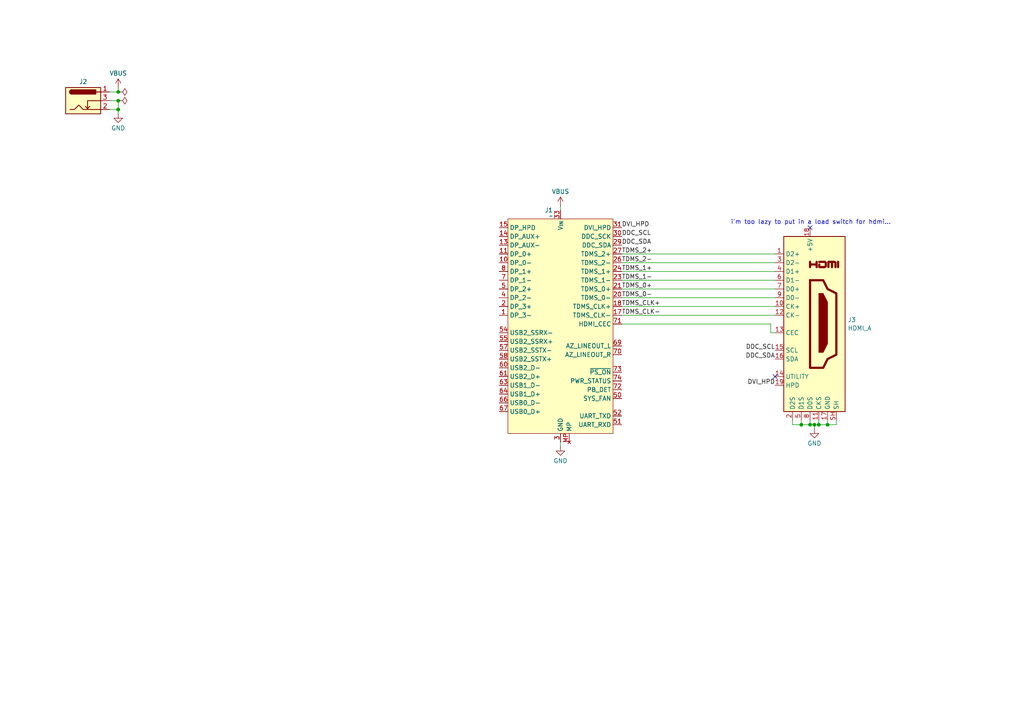
<source format=kicad_sch>
(kicad_sch (version 20231120) (generator "eeschema") (generator_version "8.0")
  (paper "A4")
  (lib_symbols
    (symbol "Connector:Barrel_Jack_Switch" (pin_names hide)
      (property "Reference" "J" (at 0 5.334 0))
      (property "Value" "Barrel_Jack_Switch" (at 0 -5.08 0))
      (symbol "Barrel_Jack_Switch_0_1"
        (rectangle (start -5.08 3.81) (end 5.08 -3.81) (stroke (width 0.254)) (fill (type background)))
        (arc (start -3.302 3.175) (mid -3.9343 2.54) (end -3.302 1.905) (stroke (width 0.254)))
        (arc (start -3.302 3.175) (mid -3.9343 2.54) (end -3.302 1.905) (stroke (width 0.254)) (fill (type outline)))
        (polyline (pts (xy 1.27 -2.286) (xy 1.905 -1.651)) (stroke (width 0.254)))
        (polyline (pts (xy 5.08 2.54) (xy 3.81 2.54)) (stroke (width 0.254)))
        (polyline (pts (xy 5.08 0) (xy 1.27 0) (xy 1.27 -2.286) (xy 0.635 -1.651)) (stroke (width 0.254)))
        (polyline (pts (xy -3.81 -2.54) (xy -2.54 -2.54) (xy -1.27 -1.27) (xy 0 -2.54) (xy 2.54 -2.54) (xy 5.08 -2.54)) (stroke (width 0.254)))
        (rectangle (start 3.683 3.175) (end -3.302 1.905) (stroke (width 0.254)) (fill (type outline)))
      )
      (symbol "Barrel_Jack_Switch_1_1"
        (pin passive line (at 7.62 2.54 180) (length 2.54) (name "~") (number "1"))
        (pin passive line (at 7.62 -2.54 180) (length 2.54) (name "~") (number "2"))
        (pin passive line (at 7.62 0 180) (length 2.54) (name "~") (number "3"))
      )
    )
    (symbol "Connector:HDMI_A"
      (property "Reference" "J" (at -6.35 26.67 0))
      (property "Value" "HDMI_A" (at 10.16 26.67 0))
      (symbol "HDMI_A_0_0"
        (polyline (pts (xy 8.128 16.51) (xy 8.128 18.034)) (stroke (width 0.635)))
        (polyline (pts (xy 0 16.51) (xy 0 18.034) (xy 0 17.272) (xy 1.905 17.272) (xy 1.905 18.034) (xy 1.905 16.51)) (stroke (width 0.635)))
        (polyline (pts (xy 2.667 18.034) (xy 4.318 18.034) (xy 4.572 17.78) (xy 4.572 16.764) (xy 4.318 16.51) (xy 2.667 16.51) (xy 2.667 17.272)) (stroke (width 0.635)))
      )
      (symbol "HDMI_A_0_1"
        (rectangle (start -7.62 25.4) (end 10.16 -25.4) (stroke (width 0.254)) (fill (type background)))
        (polyline (pts (xy 2.54 8.89) (xy 3.81 8.89) (xy 5.08 6.35) (xy 5.08 -5.715) (xy 3.81 -8.255) (xy 2.54 -8.255) (xy 2.54 8.89)) (fill (type outline)))
        (polyline (pts (xy 5.334 16.51) (xy 5.334 18.034) (xy 6.35 18.034) (xy 6.35 16.51) (xy 6.35 18.034) (xy 7.112 18.034) (xy 7.366 17.78) (xy 7.366 16.51)) (stroke (width 0.635)))
        (polyline (pts (xy 0 12.7) (xy 0 -12.7) (xy 3.81 -12.7) (xy 5.08 -10.16) (xy 7.62 -8.89) (xy 7.62 8.89) (xy 5.08 10.16) (xy 3.81 12.7) (xy 0 12.7)) (stroke (width 0.635)))
      )
      (symbol "HDMI_A_1_1"
        (pin passive line (at -10.16 20.32 0) (length 2.54) (name "D2+") (number "1"))
        (pin passive line (at -10.16 5.08 0) (length 2.54) (name "CK+") (number "10"))
        (pin power_in line (at 2.54 -27.94 90) (length 2.54) (name "CKS") (number "11"))
        (pin passive line (at -10.16 2.54 0) (length 2.54) (name "CK-") (number "12"))
        (pin bidirectional line (at -10.16 -2.54 0) (length 2.54) (name "CEC") (number "13"))
        (pin passive line (at -10.16 -15.24 0) (length 2.54) (name "UTILITY") (number "14"))
        (pin passive line (at -10.16 -7.62 0) (length 2.54) (name "SCL") (number "15"))
        (pin bidirectional line (at -10.16 -10.16 0) (length 2.54) (name "SDA") (number "16"))
        (pin power_in line (at 5.08 -27.94 90) (length 2.54) (name "GND") (number "17"))
        (pin power_in line (at 0 27.94 270) (length 2.54) (name "+5V") (number "18"))
        (pin passive line (at -10.16 -17.78 0) (length 2.54) (name "HPD") (number "19"))
        (pin power_in line (at -5.08 -27.94 90) (length 2.54) (name "D2S") (number "2"))
        (pin passive line (at -10.16 17.78 0) (length 2.54) (name "D2-") (number "3"))
        (pin passive line (at -10.16 15.24 0) (length 2.54) (name "D1+") (number "4"))
        (pin power_in line (at -2.54 -27.94 90) (length 2.54) (name "D1S") (number "5"))
        (pin passive line (at -10.16 12.7 0) (length 2.54) (name "D1-") (number "6"))
        (pin passive line (at -10.16 10.16 0) (length 2.54) (name "D0+") (number "7"))
        (pin power_in line (at 0 -27.94 90) (length 2.54) (name "D0S") (number "8"))
        (pin passive line (at -10.16 7.62 0) (length 2.54) (name "D0-") (number "9"))
        (pin passive line (at 7.62 -27.94 90) (length 2.54) (name "SH") (number "SH"))
      )
    )
    (symbol "ops-dock:OPS_dock"
      (property "Reference" "J1" (at 2.1941 15.2315 0))
      (property "Value" "~" (at 2.1941 13.5501 0))
      (symbol "OPS_dock_0_0"
        (pin power_in line (at 0 -52.07 90) (length 2.54) hide (name "GND") (number "12"))
        (pin power_in line (at 0 -52.07 90) (length 2.54) hide (name "GND") (number "16"))
        (pin power_in line (at 0 -52.07 90) (length 2.54) hide (name "GND") (number "19"))
        (pin power_in line (at 0 -52.07 90) (length 2.54) hide (name "GND") (number "22"))
        (pin power_in line (at 0 -52.07 90) (length 2.54) hide (name "GND") (number "25"))
        (pin power_in line (at 0 -52.07 90) (length 2.54) hide (name "GND") (number "28"))
        (pin power_in line (at 0 -52.07 90) (length 2.54) (name "GND") (number "3"))
        (pin power_in line (at 0 -52.07 90) (length 2.54) hide (name "GND") (number "32"))
        (pin power_in line (at 0 15.24 270) (length 2.54) (name "V_{IN}") (number "33"))
        (pin power_in line (at 0 -52.07 90) (length 2.54) hide (name "GND") (number "53"))
        (pin power_in line (at 0 -52.07 90) (length 2.54) hide (name "GND") (number "56"))
        (pin power_in line (at 0 -52.07 90) (length 2.54) hide (name "GND") (number "59"))
        (pin power_in line (at 0 -52.07 90) (length 2.54) hide (name "GND") (number "6"))
        (pin power_in line (at 0 -52.07 90) (length 2.54) hide (name "GND") (number "62"))
        (pin power_in line (at 0 -52.07 90) (length 2.54) hide (name "GND") (number "65"))
        (pin power_in line (at 0 -52.07 90) (length 2.54) hide (name "GND") (number "68"))
        (pin power_in line (at 0 -52.07 90) (length 2.54) hide (name "GND") (number "75"))
        (pin power_in line (at 0 -52.07 90) (length 2.54) hide (name "GND") (number "76"))
        (pin power_in line (at 0 -52.07 90) (length 2.54) hide (name "GND") (number "77"))
        (pin power_in line (at 0 -52.07 90) (length 2.54) hide (name "GND") (number "78"))
        (pin power_in line (at 0 -52.07 90) (length 2.54) hide (name "GND") (number "79"))
        (pin power_in line (at 0 -52.07 90) (length 2.54) hide (name "GND") (number "80"))
        (pin power_in line (at 0 -52.07 90) (length 2.54) hide (name "GND") (number "9"))
      )
      (symbol "OPS_dock_1_0"
        (pin input line (at 17.78 0 180) (length 2.54) (name "DP_0-") (number "10"))
        (pin input line (at 17.78 2.54 180) (length 2.54) (name "DP_0+") (number "11"))
        (pin bidirectional line (at 17.78 5.08 180) (length 2.54) (name "DP_AUX-") (number "13"))
        (pin bidirectional line (at 17.78 7.62 180) (length 2.54) (name "DP_AUX+") (number "14"))
        (pin output line (at 17.78 10.16 180) (length 2.54) (name "DP_HPD") (number "15"))
        (pin input line (at -17.78 -15.24 0) (length 2.54) (name "TDMS_CLK-") (number "17"))
        (pin input line (at -17.78 -12.7 0) (length 2.54) (name "TDMS_CLK+") (number "18"))
        (pin input line (at -17.78 -10.16 0) (length 2.54) (name "TDMS_0-") (number "20"))
        (pin input line (at -17.78 -7.62 0) (length 2.54) (name "TDMS_0+") (number "21"))
        (pin input line (at -17.78 -5.08 0) (length 2.54) (name "TDMS_1-") (number "23"))
        (pin input line (at -17.78 -2.54 0) (length 2.54) (name "TDMS_1+") (number "24"))
        (pin input line (at -17.78 0 0) (length 2.54) (name "TDMS_2-") (number "26"))
        (pin input line (at -17.78 2.54 0) (length 2.54) (name "TDMS_2+") (number "27"))
        (pin bidirectional line (at -17.78 5.08 0) (length 2.54) (name "DDC_SDA") (number "29"))
        (pin bidirectional line (at -17.78 7.62 0) (length 2.54) (name "DDC_SCK") (number "30"))
        (pin output line (at -17.78 10.16 0) (length 2.54) (name "DVI_HPD") (number "31"))
        (pin power_in line (at 0 15.24 270) (length 2.54) hide (name "V_{IN}") (number "34"))
        (pin power_in line (at 0 15.24 270) (length 2.54) hide (name "V_{IN}") (number "35"))
        (pin power_in line (at 0 15.24 270) (length 2.54) hide (name "V_{IN}") (number "36"))
        (pin power_in line (at 0 15.24 270) (length 2.54) hide (name "V_{IN}") (number "37"))
        (pin power_in line (at 0 15.24 270) (length 2.54) hide (name "V_{IN}") (number "38"))
        (pin power_in line (at 0 15.24 270) (length 2.54) hide (name "V_{IN}") (number "39"))
        (pin input line (at 17.78 -10.16 180) (length 2.54) (name "DP_2-") (number "4"))
        (pin power_in line (at 0 15.24 270) (length 2.54) hide (name "V_{IN}") (number "40"))
        (pin no_connect line (at 10.16 12.7 270) (length 2.54) hide (name "NC") (number "41"))
        (pin no_connect line (at 7.62 12.7 270) (length 2.54) hide (name "NC") (number "42"))
        (pin no_connect line (at 5.08 12.7 270) (length 2.54) hide (name "NC") (number "43"))
        (pin no_connect line (at 2.54 12.7 270) (length 2.54) hide (name "NC") (number "44"))
        (pin no_connect line (at 3.81 -49.53 90) (length 2.54) hide (name "NC") (number "45"))
        (pin no_connect line (at 6.35 -49.53 90) (length 2.54) hide (name "NC") (number "46"))
        (pin no_connect line (at 8.89 -49.53 90) (length 2.54) hide (name "NC") (number "47"))
        (pin no_connect line (at 11.43 -49.53 90) (length 2.54) hide (name "NC") (number "48"))
        (pin no_connect line (at 13.97 -49.53 90) (length 2.54) hide (name "NC") (number "49"))
        (pin input line (at 17.78 -7.62 180) (length 2.54) (name "DP_2+") (number "5"))
        (pin input line (at -17.78 -39.37 0) (length 2.54) (name "SYS_FAN") (number "50"))
        (pin input line (at -17.78 -46.99 0) (length 2.54) (name "UART_RXD") (number "51"))
        (pin input line (at -17.78 -44.45 0) (length 2.54) (name "UART_TXD") (number "52"))
        (pin output line (at 17.78 -20.32 180) (length 2.54) (name "USB2_SSRX-") (number "54"))
        (pin output line (at 17.78 -22.86 180) (length 2.54) (name "USB2_SSRX+") (number "55"))
        (pin input line (at 17.78 -25.4 180) (length 2.54) (name "USB2_SSTX-") (number "57"))
        (pin input line (at 17.78 -27.94 180) (length 2.54) (name "USB2_SSTX+") (number "58"))
        (pin bidirectional line (at 17.78 -30.48 180) (length 2.54) (name "USB2_D-") (number "60"))
        (pin bidirectional line (at 17.78 -33.02 180) (length 2.54) (name "USB2_D+") (number "61"))
        (pin bidirectional line (at 17.78 -35.56 180) (length 2.54) (name "USB1_D-") (number "63"))
        (pin bidirectional line (at 17.78 -38.1 180) (length 2.54) (name "USB1_D+") (number "64"))
        (pin bidirectional line (at 17.78 -40.64 180) (length 2.54) (name "USB0_D-") (number "66"))
        (pin bidirectional line (at 17.78 -43.18 180) (length 2.54) (name "USB0_D+") (number "67"))
        (pin input line (at -17.78 -24.13 0) (length 2.54) (name "AZ_LINEOUT_L") (number "69"))
        (pin input line (at 17.78 -5.08 180) (length 2.54) (name "DP_1-") (number "7"))
        (pin input line (at -17.78 -26.67 0) (length 2.54) (name "AZ_LINEOUT_R") (number "70"))
        (pin bidirectional line (at -17.78 -17.78 0) (length 2.54) (name "HDMI_CEC") (number "71"))
        (pin input line (at -17.78 -36.83 0) (length 2.54) (name "PB_DET") (number "72"))
        (pin output line (at -17.78 -31.75 0) (length 2.54) (name "~{PS_ON}") (number "73"))
        (pin open_collector line (at -17.78 -34.29 0) (length 2.54) (name "PWR_STATUS") (number "74"))
        (pin input line (at 17.78 -2.54 180) (length 2.54) (name "DP_1+") (number "8"))
        (pin no_connect line (at -2.54 -52.07 90) (length 2.54) (name "MP") (number "MP"))
      )
      (symbol "OPS_dock_1_1"
        (rectangle (start -15.24 12.7) (end 15.24 -49.53) (fill (type background)))
        (pin input line (at 17.78 -15.24 180) (length 2.54) (name "DP_3-") (number "1"))
        (pin input line (at 17.78 -12.7 180) (length 2.54) (name "DP_3+") (number "2"))
      )
    )
    (symbol "power:GND" (power) (pin_numbers hide) (pin_names (offset 0) hide)
      (property "Value" "GND" (at 0 -3.81 0))
      (symbol "GND_0_1"
        (polyline (pts (xy 0 0) (xy 0 -1.27) (xy 1.27 -1.27) (xy 0 -2.54) (xy -1.27 -1.27) (xy 0 -1.27)))
      )
      (symbol "GND_1_1"
        (pin power_in line (at 0 0 270) (length 0) (name "~") (number "1"))
      )
    )
    (symbol "power:PWR_FLAG" (power) (pin_numbers hide) (pin_names (offset 0) hide)
      (property "Value" "PWR_FLAG" (at 0 3.81 0))
      (symbol "PWR_FLAG_0_0"
        (pin power_out line (at 0 0 90) (length 0) (name "~") (number "1"))
      )
      (symbol "PWR_FLAG_0_1"
        (polyline (pts (xy 0 0) (xy 0 1.27) (xy -1.016 1.905) (xy 0 2.54) (xy 1.016 1.905) (xy 0 1.27)))
      )
    )
    (symbol "power:VBUS" (power) (pin_numbers hide) (pin_names (offset 0) hide)
      (property "Value" "VBUS" (at 0 3.556 0))
      (symbol "VBUS_0_1"
        (polyline (pts (xy -0.762 1.27) (xy 0 2.54)))
        (polyline (pts (xy 0 0) (xy 0 2.54)))
        (polyline (pts (xy 0 2.54) (xy 0.762 1.27)))
      )
      (symbol "VBUS_1_1"
        (pin power_in line (at 0 0 90) (length 0) (name "~") (number "1"))
      )
    )
  )
  (junction (at 232.41 123.19))
  (junction (at 240.03 123.19))
  (junction (at 237.49 123.19))
  (junction (at 34.29 26.67))
  (junction (at 34.29 29.21))
  (junction (at 236.22 123.19))
  (junction (at 34.29 31.75))
  (junction (at 234.95 123.19))
  (no_connect (at 234.95 66.04))
  (no_connect (at 224.79 109.22))
  (wire (pts (xy 237.49 121.92) (xy 237.49 123.19)))
  (wire (pts (xy 180.34 78.74) (xy 224.79 78.74)))
  (wire (pts (xy 236.22 123.19) (xy 234.95 123.19)))
  (wire (pts (xy 162.56 59.69) (xy 162.56 60.96)))
  (wire (pts (xy 31.75 26.67) (xy 34.29 26.67)))
  (wire (pts (xy 229.87 123.19) (xy 229.87 121.92)))
  (wire (pts (xy 31.75 31.75) (xy 34.29 31.75)))
  (wire (pts (xy 223.52 96.52) (xy 223.52 93.98)))
  (wire (pts (xy 237.49 123.19) (xy 236.22 123.19)))
  (wire (pts (xy 223.52 93.98) (xy 180.34 93.98)))
  (wire (pts (xy 180.34 73.66) (xy 224.79 73.66)))
  (wire (pts (xy 162.56 128.27) (xy 162.56 129.54)))
  (wire (pts (xy 232.41 121.92) (xy 232.41 123.19)))
  (wire (pts (xy 240.03 123.19) (xy 242.57 123.19)))
  (wire (pts (xy 180.34 76.2) (xy 224.79 76.2)))
  (wire (pts (xy 34.29 31.75) (xy 34.29 33.02)))
  (wire (pts (xy 224.79 96.52) (xy 223.52 96.52)))
  (wire (pts (xy 180.34 83.82) (xy 224.79 83.82)))
  (wire (pts (xy 236.22 123.19) (xy 236.22 124.46)))
  (wire (pts (xy 180.34 88.9) (xy 224.79 88.9)))
  (wire (pts (xy 242.57 123.19) (xy 242.57 121.92)))
  (wire (pts (xy 34.29 26.67) (xy 34.29 25.4)))
  (wire (pts (xy 234.95 121.92) (xy 234.95 123.19)))
  (wire (pts (xy 232.41 123.19) (xy 229.87 123.19)))
  (wire (pts (xy 34.29 29.21) (xy 34.29 31.75)))
  (wire (pts (xy 180.34 91.44) (xy 224.79 91.44)))
  (wire (pts (xy 240.03 123.19) (xy 237.49 123.19)))
  (wire (pts (xy 240.03 121.92) (xy 240.03 123.19)))
  (wire (pts (xy 180.34 81.28) (xy 224.79 81.28)))
  (wire (pts (xy 234.95 123.19) (xy 232.41 123.19)))
  (wire (pts (xy 31.75 29.21) (xy 34.29 29.21)))
  (wire (pts (xy 180.34 86.36) (xy 224.79 86.36)))
  (text "i'm too lazy to put in a load switch for hdmi..." (at 235.204 64.516 0) (effects (font (size 1.27 1.27))))
  (label "DDC_SDA" (at 224.79 104.14 180))
  (label "TDMS_2-" (at 180.34 76.2 0))
  (label "DVI_HPD" (at 180.34 66.04 0))
  (label "TDMS_CLK-" (at 180.34 91.44 0))
  (label "TDMS_CLK+" (at 180.34 88.9 0))
  (label "TDMS_1+" (at 180.34 78.74 0))
  (label "DDC_SDA" (at 180.34 71.12 0))
  (label "DVI_HPD" (at 224.79 111.76 180))
  (label "DDC_SCL" (at 224.79 101.6 180))
  (label "TDMS_0+" (at 180.34 83.82 0))
  (label "TDMS_0-" (at 180.34 86.36 0))
  (label "TDMS_1-" (at 180.34 81.28 0))
  (label "TDMS_2+" (at 180.34 73.66 0))
  (label "DDC_SCL" (at 180.34 68.58 0))
  (symbol (lib_id "power:VBUS") (at 34.29 25.4 0) (unit 1)
    (property "Reference" "#PWR01" (effects (hide yes)))
    (property "Value" "VBUS" (at 34.29 21.2669 0))
    (property "Description" "Power symbol creates a global label with name \"VBUS\"" (effects (hide yes)))
  )
  (symbol (lib_id "power:GND") (at 236.22 124.46 0) (unit 1)
    (property "Reference" "#PWR05" (effects (hide yes)))
    (property "Value" "GND" (at 236.22 128.5931 0))
    (property "Description" "Power symbol creates a global label with name \"GND\" , ground" (effects (hide yes)))
  )
  (symbol (lib_id "power:GND") (at 162.56 129.54 0) (unit 1)
    (property "Reference" "#PWR03" (effects (hide yes)))
    (property "Value" "GND" (at 162.56 133.6731 0))
    (property "Description" "Power symbol creates a global label with name \"GND\" , ground" (effects (hide yes)))
  )
  (symbol (lib_id "power:GND") (at 34.29 33.02 0) (unit 1)
    (property "Reference" "#PWR02" (effects (hide yes)))
    (property "Value" "GND" (at 34.29 37.1531 0))
    (property "Description" "Power symbol creates a global label with name \"GND\" , ground" (effects (hide yes)))
  )
  (symbol (lib_id "power:VBUS") (at 162.56 59.69 0) (unit 1)
    (property "Reference" "#PWR04" (effects (hide yes)))
    (property "Value" "VBUS" (at 162.56 55.5569 0))
    (property "Description" "Power symbol creates a global label with name \"VBUS\"" (effects (hide yes)))
  )
  (symbol (lib_id "power:PWR_FLAG") (at 34.29 26.67 270) (unit 1)
    (property "Reference" "#FLG01" (effects (hide yes)))
    (property "Value" "PWR_FLAG" (effects (hide yes)))
    (property "Description" "Special symbol for telling ERC where power comes from" (effects (hide yes)))
  )
  (symbol (lib_id "Connector:Barrel_Jack_Switch") (at 24.13 29.21 0) (unit 1)
    (property "Reference" "J2" (at 24.13 23.6799 0))
    (property "Value" "Barrel_Jack_Switch" (effects (hide yes)))
    (property "Footprint" "Connector_BarrelJack:BarrelJack_Horizontal" (effects (hide yes)))
    (property "Description" "DC Barrel Jack with an internal switch" (effects (hide yes)))
  )
  (symbol (lib_id "power:PWR_FLAG") (at 34.29 29.21 270) (unit 1)
    (property "Reference" "#FLG02" (effects (hide yes)))
    (property "Value" "PWR_FLAG" (effects (hide yes)))
    (property "Description" "Special symbol for telling ERC where power comes from" (effects (hide yes)))
  )
  (symbol (lib_id "Connector:HDMI_A") (at 234.95 93.98 0) (unit 1)
    (property "Reference" "J3" (at 245.872 92.7678 0) (effects (justify left)))
    (property "Value" "HDMI_A" (at 245.872 95.1921 0) (effects (justify left)))
    (property "Datasheet" "https://en.wikipedia.org/wiki/HDMI" (effects (hide yes)))
    (property "Description" "HDMI type A connector" (effects (hide yes)))
  )
  (symbol (lib_id "ops-dock:OPS_dock") (at 162.56 76.2 0) (mirror y) (unit 1)
    (property "Reference" "J1" (at 160.3659 60.9685 0) (effects (justify left)))
    (property "Value" "~" (at 160.3659 62.6499 0) (effects (justify left)))
    (property "Footprint" "ops-dock:JAE_TX24-80R-LT-H1E" (effects (hide yes)))
    (property "Datasheet" "https://www.intel.com/content/dam/www/public/us/en/documents/technical-specifications/ops-thermal-spec.pdf" (effects (hide yes)))
  )
)
</source>
